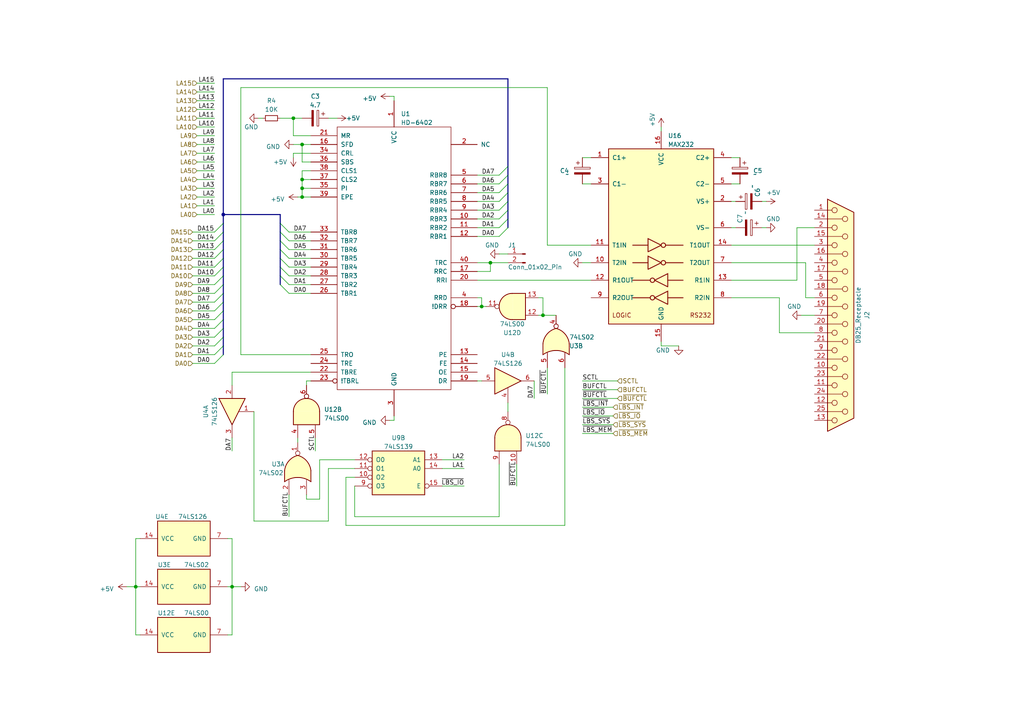
<source format=kicad_sch>
(kicad_sch (version 20230121) (generator eeschema)
  (paper "A4")
  (lib_symbols
    (symbol "6402_UART:HD-6402" (pin_names (offset 1.016))
      (property "Reference" "U" (at -10.16 41.91 0))
      (property "Value" "HD-6402" (at -6.35 39.37 0))
      (symbol "HD-6402_1_1"
        (pin power_in line (at 0 45.72 270) (length 7.62) (name "VCC") (number "1"))
        (pin output line (at 24.13 11.43 180) (length 7.62) (name "RBR3") (number "10"))
        (pin output line (at 24.13 8.89 180) (length 7.62) (name "RBR2") (number "11"))
        (pin output line (at 24.13 6.35 180) (length 7.62) (name "RBR1") (number "12"))
        (pin output line (at 24.13 -27.94 180) (length 7.62) (name "PE") (number "13"))
        (pin output line (at 24.13 -30.48 180) (length 7.62) (name "FE") (number "14"))
        (pin output line (at 24.13 -33.02 180) (length 7.62) (name "OE") (number "15"))
        (pin input line (at -24.13 33.02 0) (length 7.62) (name "SFD") (number "16"))
        (pin input line (at 24.13 -3.81 180) (length 7.62) (name "RRC") (number "17"))
        (pin input inverted (at 24.13 -13.97 180) (length 7.62) (name "!DRR") (number "18"))
        (pin output line (at 24.13 -35.56 180) (length 7.62) (name "DR") (number "19"))
        (pin unspecified line (at 16.51 33.02 0) (length 7.62) (name "NC") (number "2"))
        (pin input line (at 24.13 -6.35 180) (length 7.62) (name "RRI") (number "20"))
        (pin input line (at -24.13 35.56 0) (length 7.62) (name "MR") (number "21"))
        (pin output line (at -24.13 -33.02 0) (length 7.62) (name "TBRE") (number "22"))
        (pin input inverted (at -24.13 -35.56 0) (length 7.62) (name "!TBRL") (number "23"))
        (pin output line (at -24.13 -30.48 0) (length 7.62) (name "TRE") (number "24"))
        (pin output line (at -24.13 -27.94 0) (length 7.62) (name "TRO") (number "25"))
        (pin input line (at -24.13 -10.16 0) (length 7.62) (name "TBR1") (number "26"))
        (pin input line (at -24.13 -7.62 0) (length 7.62) (name "TBR2") (number "27"))
        (pin input line (at -24.13 -5.08 0) (length 7.62) (name "TBR3") (number "28"))
        (pin input line (at -24.13 -2.54 0) (length 7.62) (name "TBR4") (number "29"))
        (pin power_in line (at 0 -45.72 90) (length 7.62) (name "GND") (number "3"))
        (pin input line (at -24.13 0 0) (length 7.62) (name "TBR5") (number "30"))
        (pin input line (at -24.13 2.54 0) (length 7.62) (name "TBR6") (number "31"))
        (pin input line (at -24.13 5.08 0) (length 7.62) (name "TBR7") (number "32"))
        (pin input line (at -24.13 7.62 0) (length 7.62) (name "TBR8") (number "33"))
        (pin input line (at -24.13 30.48 0) (length 7.62) (name "CRL") (number "34"))
        (pin input line (at -24.13 20.32 0) (length 7.62) (name "PI") (number "35"))
        (pin input line (at -24.13 27.94 0) (length 7.62) (name "SBS") (number "36"))
        (pin input line (at -24.13 22.86 0) (length 7.62) (name "CLS2") (number "37"))
        (pin input line (at -24.13 25.4 0) (length 7.62) (name "CLS1") (number "38"))
        (pin input line (at -24.13 17.78 0) (length 7.62) (name "EPE") (number "39"))
        (pin output line (at 24.13 -11.43 180) (length 7.62) (name "RRD") (number "4"))
        (pin input line (at 24.13 -1.27 180) (length 7.62) (name "TRC") (number "40"))
        (pin output line (at 24.13 24.13 180) (length 7.62) (name "RBR8") (number "5"))
        (pin output line (at 24.13 21.59 180) (length 7.62) (name "RBR7") (number "6"))
        (pin output line (at 24.13 19.05 180) (length 7.62) (name "RBR6") (number "7"))
        (pin output line (at 24.13 16.51 180) (length 7.62) (name "RBR5") (number "8"))
        (pin output line (at 24.13 13.97 180) (length 7.62) (name "RBR4") (number "9"))
      )
    )
    (symbol "74xx:74LS00" (pin_names (offset 1.016))
      (property "Reference" "U" (at 0 1.27 0))
      (property "Value" "74LS00" (at 0 -1.27 0))
      (symbol "74LS00_1_1"
        (pin input line (at -7.62 2.54 0) (length 3.81) (name "~") (number "1"))
        (pin input line (at -7.62 -2.54 0) (length 3.81) (name "~") (number "2"))
        (pin output inverted (at 7.62 0 180) (length 3.81) (name "~") (number "3"))
      )
      (symbol "74LS00_1_2"
        (pin input inverted (at -7.62 2.54 0) (length 4.318) (name "~") (number "1"))
        (pin input inverted (at -7.62 -2.54 0) (length 4.318) (name "~") (number "2"))
        (pin output line (at 7.62 0 180) (length 3.81) (name "~") (number "3"))
      )
      (symbol "74LS00_2_1"
        (pin input line (at -7.62 2.54 0) (length 3.81) (name "~") (number "4"))
        (pin input line (at -7.62 -2.54 0) (length 3.81) (name "~") (number "5"))
        (pin output inverted (at 7.62 0 180) (length 3.81) (name "~") (number "6"))
      )
      (symbol "74LS00_2_2"
        (pin input inverted (at -7.62 2.54 0) (length 4.318) (name "~") (number "4"))
        (pin input inverted (at -7.62 -2.54 0) (length 4.318) (name "~") (number "5"))
        (pin output line (at 7.62 0 180) (length 3.81) (name "~") (number "6"))
      )
      (symbol "74LS00_3_1"
        (pin input line (at -7.62 -2.54 0) (length 3.81) (name "~") (number "10"))
        (pin output inverted (at 7.62 0 180) (length 3.81) (name "~") (number "8"))
        (pin input line (at -7.62 2.54 0) (length 3.81) (name "~") (number "9"))
      )
      (symbol "74LS00_3_2"
        (pin input inverted (at -7.62 -2.54 0) (length 4.318) (name "~") (number "10"))
        (pin output line (at 7.62 0 180) (length 3.81) (name "~") (number "8"))
        (pin input inverted (at -7.62 2.54 0) (length 4.318) (name "~") (number "9"))
      )
      (symbol "74LS00_4_1"
        (pin output inverted (at 7.62 0 180) (length 3.81) (name "~") (number "11"))
        (pin input line (at -7.62 2.54 0) (length 3.81) (name "~") (number "12"))
        (pin input line (at -7.62 -2.54 0) (length 3.81) (name "~") (number "13"))
      )
      (symbol "74LS00_4_2"
        (pin output line (at 7.62 0 180) (length 3.81) (name "~") (number "11"))
        (pin input inverted (at -7.62 2.54 0) (length 4.318) (name "~") (number "12"))
        (pin input inverted (at -7.62 -2.54 0) (length 4.318) (name "~") (number "13"))
      )
      (symbol "74LS00_5_0"
        (pin power_in line (at 0 12.7 270) (length 5.08) (name "VCC") (number "14"))
        (pin power_in line (at 0 -12.7 90) (length 5.08) (name "GND") (number "7"))
      )
    )
    (symbol "74xx:74LS02" (pin_names (offset 1.016))
      (property "Reference" "U" (at 0 1.27 0))
      (property "Value" "74LS02" (at 0 -1.27 0))
      (symbol "74LS02_1_1"
        (pin output inverted (at 7.62 0 180) (length 3.81) (name "~") (number "1"))
        (pin input line (at -7.62 2.54 0) (length 4.318) (name "~") (number "2"))
        (pin input line (at -7.62 -2.54 0) (length 4.318) (name "~") (number "3"))
      )
      (symbol "74LS02_1_2"
        (pin output line (at 7.62 0 180) (length 3.81) (name "~") (number "1"))
        (pin input inverted (at -7.62 2.54 0) (length 3.81) (name "~") (number "2"))
        (pin input inverted (at -7.62 -2.54 0) (length 3.81) (name "~") (number "3"))
      )
      (symbol "74LS02_2_1"
        (pin output inverted (at 7.62 0 180) (length 3.81) (name "~") (number "4"))
        (pin input line (at -7.62 2.54 0) (length 4.318) (name "~") (number "5"))
        (pin input line (at -7.62 -2.54 0) (length 4.318) (name "~") (number "6"))
      )
      (symbol "74LS02_2_2"
        (pin output line (at 7.62 0 180) (length 3.81) (name "~") (number "4"))
        (pin input inverted (at -7.62 2.54 0) (length 3.81) (name "~") (number "5"))
        (pin input inverted (at -7.62 -2.54 0) (length 3.81) (name "~") (number "6"))
      )
      (symbol "74LS02_3_1"
        (pin output inverted (at 7.62 0 180) (length 3.81) (name "~") (number "10"))
        (pin input line (at -7.62 2.54 0) (length 4.318) (name "~") (number "8"))
        (pin input line (at -7.62 -2.54 0) (length 4.318) (name "~") (number "9"))
      )
      (symbol "74LS02_3_2"
        (pin output line (at 7.62 0 180) (length 3.81) (name "~") (number "10"))
        (pin input inverted (at -7.62 2.54 0) (length 3.81) (name "~") (number "8"))
        (pin input inverted (at -7.62 -2.54 0) (length 3.81) (name "~") (number "9"))
      )
      (symbol "74LS02_4_1"
        (pin input line (at -7.62 2.54 0) (length 4.318) (name "~") (number "11"))
        (pin input line (at -7.62 -2.54 0) (length 4.318) (name "~") (number "12"))
        (pin output inverted (at 7.62 0 180) (length 3.81) (name "~") (number "13"))
      )
      (symbol "74LS02_4_2"
        (pin input inverted (at -7.62 2.54 0) (length 3.81) (name "~") (number "11"))
        (pin input inverted (at -7.62 -2.54 0) (length 3.81) (name "~") (number "12"))
        (pin output line (at 7.62 0 180) (length 3.81) (name "~") (number "13"))
      )
      (symbol "74LS02_5_0"
        (pin power_in line (at 0 12.7 270) (length 5.08) (name "VCC") (number "14"))
        (pin power_in line (at 0 -12.7 90) (length 5.08) (name "GND") (number "7"))
      )
    )
    (symbol "74xx:74LS126" (pin_names (offset 1.016))
      (property "Reference" "U" (at 0 1.27 0))
      (property "Value" "74LS126" (at 0 -1.27 0))
      (symbol "74LS126_1_0"
        (pin input line (at 0 -6.35 90) (length 4.445) (name "~") (number "1"))
        (pin input line (at -7.62 0 0) (length 3.81) (name "~") (number "2"))
        (pin tri_state line (at 7.62 0 180) (length 3.81) (name "~") (number "3"))
      )
      (symbol "74LS126_2_0"
        (pin input line (at 0 -6.35 90) (length 4.445) (name "~") (number "4"))
        (pin input line (at -7.62 0 0) (length 3.81) (name "~") (number "5"))
        (pin tri_state line (at 7.62 0 180) (length 3.81) (name "~") (number "6"))
      )
      (symbol "74LS126_3_0"
        (pin input line (at 0 -6.35 90) (length 4.445) (name "~") (number "10"))
        (pin tri_state line (at 7.62 0 180) (length 3.81) (name "~") (number "8"))
        (pin input line (at -7.62 0 0) (length 3.81) (name "~") (number "9"))
      )
      (symbol "74LS126_4_0"
        (pin tri_state line (at 7.62 0 180) (length 3.81) (name "~") (number "11"))
        (pin input line (at -7.62 0 0) (length 3.81) (name "~") (number "12"))
        (pin input line (at 0 -6.35 90) (length 4.445) (name "~") (number "13"))
      )
      (symbol "74LS126_5_0"
        (pin power_in line (at 0 12.7 270) (length 5.08) (name "VCC") (number "14"))
        (pin power_in line (at 0 -12.7 90) (length 5.08) (name "GND") (number "7"))
      )
    )
    (symbol "74xx:74LS139" (pin_names (offset 1.016))
      (property "Reference" "U" (at -7.62 8.89 0))
      (property "Value" "74LS139" (at -7.62 -8.89 0))
      (symbol "74LS139_1_0"
        (pin input inverted (at -12.7 -5.08 0) (length 5.08) (name "E") (number "1"))
        (pin input line (at -12.7 0 0) (length 5.08) (name "A0") (number "2"))
        (pin input line (at -12.7 2.54 0) (length 5.08) (name "A1") (number "3"))
        (pin output inverted (at 12.7 2.54 180) (length 5.08) (name "O0") (number "4"))
        (pin output inverted (at 12.7 0 180) (length 5.08) (name "O1") (number "5"))
        (pin output inverted (at 12.7 -2.54 180) (length 5.08) (name "O2") (number "6"))
        (pin output inverted (at 12.7 -5.08 180) (length 5.08) (name "O3") (number "7"))
      )
      (symbol "74LS139_2_0"
        (pin output inverted (at 12.7 -2.54 180) (length 5.08) (name "O2") (number "10"))
        (pin output inverted (at 12.7 0 180) (length 5.08) (name "O1") (number "11"))
        (pin output inverted (at 12.7 2.54 180) (length 5.08) (name "O0") (number "12"))
        (pin input line (at -12.7 2.54 0) (length 5.08) (name "A1") (number "13"))
        (pin input line (at -12.7 0 0) (length 5.08) (name "A0") (number "14"))
        (pin input inverted (at -12.7 -5.08 0) (length 5.08) (name "E") (number "15"))
        (pin output inverted (at 12.7 -5.08 180) (length 5.08) (name "O3") (number "9"))
      )
      (symbol "74LS139_3_0"
        (pin power_in line (at 0 12.7 270) (length 5.08) (name "VCC") (number "16"))
        (pin power_in line (at 0 -12.7 90) (length 5.08) (name "GND") (number "8"))
      )
    )
    (symbol "Connector:Conn_01x02_Pin" (pin_names (offset 1.016) hide)
      (property "Reference" "J" (at 0 2.54 0))
      (property "Value" "Conn_01x02_Pin" (at 0 -5.08 0))
      (symbol "Conn_01x02_Pin_1_1"
        (pin passive line (at 5.08 0 180) (length 3.81) (name "Pin_1") (number "1"))
        (pin passive line (at 5.08 -2.54 180) (length 3.81) (name "Pin_2") (number "2"))
      )
    )
    (symbol "Connector:DB25_Receptacle" (pin_names (offset 1.016) hide)
      (property "Reference" "J" (at 0 34.29 0))
      (property "Value" "DB25_Receptacle" (at 0 -34.925 0))
      (symbol "DB25_Receptacle_1_1"
        (pin passive line (at -7.62 30.48 0) (length 3.81) (name "1") (number "1"))
        (pin passive line (at -7.62 -15.24 0) (length 3.81) (name "10") (number "10"))
        (pin passive line (at -7.62 -20.32 0) (length 3.81) (name "11") (number "11"))
        (pin passive line (at -7.62 -25.4 0) (length 3.81) (name "12") (number "12"))
        (pin passive line (at -7.62 -30.48 0) (length 3.81) (name "13") (number "13"))
        (pin passive line (at -7.62 27.94 0) (length 3.81) (name "P14") (number "14"))
        (pin passive line (at -7.62 22.86 0) (length 3.81) (name "P15") (number "15"))
        (pin passive line (at -7.62 17.78 0) (length 3.81) (name "P16") (number "16"))
        (pin passive line (at -7.62 12.7 0) (length 3.81) (name "P17") (number "17"))
        (pin passive line (at -7.62 7.62 0) (length 3.81) (name "P18") (number "18"))
        (pin passive line (at -7.62 2.54 0) (length 3.81) (name "P19") (number "19"))
        (pin passive line (at -7.62 25.4 0) (length 3.81) (name "2") (number "2"))
        (pin passive line (at -7.62 -2.54 0) (length 3.81) (name "P20") (number "20"))
        (pin passive line (at -7.62 -7.62 0) (length 3.81) (name "P21") (number "21"))
        (pin passive line (at -7.62 -12.7 0) (length 3.81) (name "P22") (number "22"))
        (pin passive line (at -7.62 -17.78 0) (length 3.81) (name "P23") (number "23"))
        (pin passive line (at -7.62 -22.86 0) (length 3.81) (name "P24") (number "24"))
        (pin passive line (at -7.62 -27.94 0) (length 3.81) (name "P25") (number "25"))
        (pin passive line (at -7.62 20.32 0) (length 3.81) (name "3") (number "3"))
        (pin passive line (at -7.62 15.24 0) (length 3.81) (name "4") (number "4"))
        (pin passive line (at -7.62 10.16 0) (length 3.81) (name "5") (number "5"))
        (pin passive line (at -7.62 5.08 0) (length 3.81) (name "6") (number "6"))
        (pin passive line (at -7.62 0 0) (length 3.81) (name "7") (number "7"))
        (pin passive line (at -7.62 -5.08 0) (length 3.81) (name "8") (number "8"))
        (pin passive line (at -7.62 -10.16 0) (length 3.81) (name "9") (number "9"))
      )
    )
    (symbol "Device:C_Polarized" (pin_numbers hide) (pin_names (offset 0.254))
      (property "Reference" "C" (at 0.635 2.54 0))
      (property "Value" "C_Polarized" (at 0.635 -2.54 0))
      (symbol "C_Polarized_1_1"
        (pin passive line (at 0 3.81 270) (length 2.794) (name "~") (number "1"))
        (pin passive line (at 0 -3.81 90) (length 2.794) (name "~") (number "2"))
      )
    )
    (symbol "Device:R_Small" (pin_numbers hide) (pin_names (offset 0.254) hide)
      (property "Reference" "R" (at 0.762 0.508 0))
      (property "Value" "R_Small" (at 0.762 -1.016 0))
      (symbol "R_Small_1_1"
        (pin passive line (at 0 2.54 270) (length 0.762) (name "~") (number "1"))
        (pin passive line (at 0 -2.54 90) (length 0.762) (name "~") (number "2"))
      )
    )
    (symbol "Interface_UART:MAX232" (pin_names (offset 1.016))
      (property "Reference" "U" (at -2.54 28.575 0))
      (property "Value" "MAX232" (at -2.54 26.67 0))
      (symbol "MAX232_0_0"
        (text "LOGIC" (at -11.43 -22.86 0) (effects (font (size 1.27 1.27))))
        (text "RS232" (at 11.43 -22.86 0) (effects (font (size 1.27 1.27))))
      )
      (symbol "MAX232_1_1"
        (pin passive line (at -20.32 22.86 0) (length 5.08) (name "C1+") (number "1"))
        (pin input line (at -20.32 -7.62 0) (length 5.08) (name "T2IN") (number "10"))
        (pin input line (at -20.32 -2.54 0) (length 5.08) (name "T1IN") (number "11"))
        (pin output line (at -20.32 -12.7 0) (length 5.08) (name "R1OUT") (number "12"))
        (pin input line (at 20.32 -12.7 180) (length 5.08) (name "R1IN") (number "13"))
        (pin output line (at 20.32 -2.54 180) (length 5.08) (name "T1OUT") (number "14"))
        (pin power_in line (at 0 -30.48 90) (length 5.08) (name "GND") (number "15"))
        (pin power_in line (at 0 30.48 270) (length 5.08) (name "VCC") (number "16"))
        (pin power_out line (at 20.32 10.16 180) (length 5.08) (name "VS+") (number "2"))
        (pin passive line (at -20.32 15.24 0) (length 5.08) (name "C1-") (number "3"))
        (pin passive line (at 20.32 22.86 180) (length 5.08) (name "C2+") (number "4"))
        (pin passive line (at 20.32 15.24 180) (length 5.08) (name "C2-") (number "5"))
        (pin power_out line (at 20.32 2.54 180) (length 5.08) (name "VS-") (number "6"))
        (pin output line (at 20.32 -7.62 180) (length 5.08) (name "T2OUT") (number "7"))
        (pin input line (at 20.32 -17.78 180) (length 5.08) (name "R2IN") (number "8"))
        (pin output line (at -20.32 -17.78 0) (length 5.08) (name "R2OUT") (number "9"))
      )
    )
    (symbol "power:+5V" (power) (pin_names (offset 0))
      (property "Value" "+5V" (at 0 3.556 0))
      (symbol "+5V_1_1"
        (pin power_in line (at 0 0 90) (length 0) hide (name "+5V") (number "1"))
      )
    )
    (symbol "power:GND" (power) (pin_names (offset 0))
      (property "Value" "GND" (at 0 -3.81 0))
      (symbol "GND_1_1"
        (pin power_in line (at 0 0 270) (length 0) hide (name "GND") (number "1"))
      )
    )
  )
  (junction (at 39.37 170.18))
  (junction (at 67.31 170.18))
  (junction (at 142.24 76.2))
  (junction (at 87.63 57.15))
  (junction (at 87.63 41.91))
  (junction (at 64.77 62.23))
  (junction (at 157.48 91.44))
  (junction (at 139.7 88.9))
  (junction (at 87.63 52.07))
  (junction (at 85.09 34.29))
  (junction (at 87.63 54.61))
  (bus_entry (at 62.23 69.85) (size 2.54 -2.54))
  (bus_entry (at 62.23 105.41) (size 2.54 -2.54))
  (bus_entry (at 83.82 85.09) (size -2.54 -2.54))
  (bus_entry (at 62.23 82.55) (size 2.54 -2.54))
  (bus_entry (at 144.78 53.34) (size 2.54 -2.54))
  (bus_entry (at 62.23 90.17) (size 2.54 -2.54))
  (bus_entry (at 62.23 95.25) (size 2.54 -2.54))
  (bus_entry (at 62.23 100.33) (size 2.54 -2.54))
  (bus_entry (at 144.78 63.5) (size 2.54 -2.54))
  (bus_entry (at 83.82 77.47) (size -2.54 -2.54))
  (bus_entry (at 144.78 68.58) (size 2.54 -2.54))
  (bus_entry (at 62.23 74.93) (size 2.54 -2.54))
  (bus_entry (at 62.23 72.39) (size 2.54 -2.54))
  (bus_entry (at 83.82 80.01) (size -2.54 -2.54))
  (bus_entry (at 83.82 74.93) (size -2.54 -2.54))
  (bus_entry (at 62.23 85.09) (size 2.54 -2.54))
  (bus_entry (at 83.82 72.39) (size -2.54 -2.54))
  (bus_entry (at 83.82 69.85) (size -2.54 -2.54))
  (bus_entry (at 144.78 55.88) (size 2.54 -2.54))
  (bus_entry (at 62.23 97.79) (size 2.54 -2.54))
  (bus_entry (at 83.82 82.55) (size -2.54 -2.54))
  (bus_entry (at 83.82 67.31) (size -2.54 -2.54))
  (bus_entry (at 144.78 50.8) (size 2.54 -2.54))
  (bus_entry (at 62.23 67.31) (size 2.54 -2.54))
  (bus_entry (at 144.78 66.04) (size 2.54 -2.54))
  (bus_entry (at 62.23 102.87) (size 2.54 -2.54))
  (bus_entry (at 62.23 80.01) (size 2.54 -2.54))
  (bus_entry (at 62.23 92.71) (size 2.54 -2.54))
  (bus_entry (at 144.78 60.96) (size 2.54 -2.54))
  (bus_entry (at 144.78 58.42) (size 2.54 -2.54))
  (bus_entry (at 62.23 87.63) (size 2.54 -2.54))
  (bus_entry (at 62.23 77.47) (size 2.54 -2.54))
  (wire (pts (xy 36.83 170.18) (xy 39.37 170.18)))
  (wire (pts (xy 231.14 81.28) (xy 231.14 66.04)))
  (wire (pts (xy 168.91 125.73) (xy 177.8 125.73)))
  (wire (pts (xy 62.23 54.61) (xy 57.15 54.61)))
  (wire (pts (xy 212.09 53.34) (xy 214.63 53.34)))
  (bus (pts (xy 147.32 66.04) (xy 147.32 63.5)))
  (wire (pts (xy 73.66 151.13) (xy 95.25 151.13)))
  (wire (pts (xy 168.91 120.65) (xy 177.8 120.65)))
  (wire (pts (xy 62.23 49.53) (xy 57.15 49.53)))
  (bus (pts (xy 64.77 74.93) (xy 64.77 72.39)))
  (wire (pts (xy 88.9 144.78) (xy 92.71 144.78)))
  (wire (pts (xy 88.9 110.49) (xy 90.17 110.49)))
  (wire (pts (xy 85.09 39.37) (xy 90.17 39.37)))
  (wire (pts (xy 226.06 86.36) (xy 226.06 96.52)))
  (wire (pts (xy 138.43 50.8) (xy 144.78 50.8)))
  (wire (pts (xy 142.24 78.74) (xy 142.24 76.2)))
  (wire (pts (xy 90.17 82.55) (xy 83.82 82.55)))
  (wire (pts (xy 90.17 46.99) (xy 87.63 46.99)))
  (wire (pts (xy 55.88 82.55) (xy 62.23 82.55)))
  (wire (pts (xy 86.36 57.15) (xy 87.63 57.15)))
  (wire (pts (xy 92.71 144.78) (xy 92.71 133.35)))
  (bus (pts (xy 64.77 87.63) (xy 64.77 85.09)))
  (bus (pts (xy 147.32 58.42) (xy 147.32 55.88)))
  (wire (pts (xy 212.09 76.2) (xy 233.68 76.2)))
  (wire (pts (xy 90.17 57.15) (xy 87.63 57.15)))
  (wire (pts (xy 62.23 39.37) (xy 57.15 39.37)))
  (wire (pts (xy 85.09 45.72) (xy 85.09 44.45)))
  (wire (pts (xy 113.03 121.92) (xy 114.3 121.92)))
  (wire (pts (xy 55.88 80.01) (xy 62.23 80.01)))
  (wire (pts (xy 168.91 53.34) (xy 171.45 53.34)))
  (wire (pts (xy 157.48 86.36) (xy 157.48 91.44)))
  (wire (pts (xy 67.31 184.15) (xy 67.31 170.18)))
  (bus (pts (xy 64.77 62.23) (xy 81.28 62.23)))
  (wire (pts (xy 138.43 58.42) (xy 144.78 58.42)))
  (bus (pts (xy 64.77 95.25) (xy 64.77 92.71)))
  (wire (pts (xy 138.43 55.88) (xy 144.78 55.88)))
  (wire (pts (xy 157.48 91.44) (xy 161.29 91.44)))
  (wire (pts (xy 55.88 102.87) (xy 62.23 102.87)))
  (wire (pts (xy 100.33 138.43) (xy 100.33 152.4)))
  (bus (pts (xy 64.77 22.86) (xy 147.32 22.86)))
  (wire (pts (xy 40.64 184.15) (xy 39.37 184.15)))
  (wire (pts (xy 55.88 95.25) (xy 62.23 95.25)))
  (wire (pts (xy 69.85 25.4) (xy 158.75 25.4)))
  (bus (pts (xy 64.77 72.39) (xy 64.77 69.85)))
  (wire (pts (xy 62.23 36.83) (xy 57.15 36.83)))
  (wire (pts (xy 128.27 135.89) (xy 134.62 135.89)))
  (bus (pts (xy 81.28 82.55) (xy 81.28 80.01)))
  (wire (pts (xy 55.88 105.41) (xy 62.23 105.41)))
  (bus (pts (xy 81.28 69.85) (xy 81.28 67.31)))
  (wire (pts (xy 62.23 52.07) (xy 57.15 52.07)))
  (wire (pts (xy 158.75 25.4) (xy 158.75 71.12)))
  (wire (pts (xy 233.68 76.2) (xy 233.68 86.36)))
  (wire (pts (xy 55.88 69.85) (xy 62.23 69.85)))
  (wire (pts (xy 55.88 100.33) (xy 62.23 100.33)))
  (wire (pts (xy 144.78 149.86) (xy 144.78 134.62)))
  (wire (pts (xy 87.63 41.91) (xy 90.17 41.91)))
  (wire (pts (xy 55.88 97.79) (xy 62.23 97.79)))
  (wire (pts (xy 87.63 52.07) (xy 87.63 49.53)))
  (wire (pts (xy 87.63 57.15) (xy 87.63 54.61)))
  (wire (pts (xy 85.09 34.29) (xy 81.28 34.29)))
  (bus (pts (xy 81.28 72.39) (xy 81.28 69.85)))
  (wire (pts (xy 95.25 135.89) (xy 102.87 135.89)))
  (wire (pts (xy 62.23 31.75) (xy 57.15 31.75)))
  (wire (pts (xy 138.43 68.58) (xy 144.78 68.58)))
  (wire (pts (xy 66.04 184.15) (xy 67.31 184.15)))
  (wire (pts (xy 138.43 53.34) (xy 144.78 53.34)))
  (bus (pts (xy 81.28 74.93) (xy 81.28 72.39)))
  (wire (pts (xy 87.63 54.61) (xy 90.17 54.61)))
  (wire (pts (xy 62.23 34.29) (xy 57.15 34.29)))
  (bus (pts (xy 64.77 97.79) (xy 64.77 95.25)))
  (wire (pts (xy 168.91 115.57) (xy 179.07 115.57)))
  (wire (pts (xy 142.24 76.2) (xy 147.32 76.2)))
  (wire (pts (xy 233.68 86.36) (xy 236.22 86.36)))
  (wire (pts (xy 138.43 78.74) (xy 142.24 78.74)))
  (wire (pts (xy 156.21 91.44) (xy 157.48 91.44)))
  (wire (pts (xy 55.88 85.09) (xy 62.23 85.09)))
  (wire (pts (xy 138.43 88.9) (xy 139.7 88.9)))
  (wire (pts (xy 62.23 24.13) (xy 57.15 24.13)))
  (wire (pts (xy 62.23 62.23) (xy 57.15 62.23)))
  (wire (pts (xy 85.09 39.37) (xy 85.09 34.29)))
  (wire (pts (xy 62.23 29.21) (xy 57.15 29.21)))
  (wire (pts (xy 139.7 88.9) (xy 140.97 88.9)))
  (wire (pts (xy 90.17 72.39) (xy 83.82 72.39)))
  (wire (pts (xy 40.64 156.21) (xy 39.37 156.21)))
  (wire (pts (xy 87.63 46.99) (xy 87.63 41.91)))
  (wire (pts (xy 90.17 74.93) (xy 83.82 74.93)))
  (wire (pts (xy 138.43 60.96) (xy 144.78 60.96)))
  (wire (pts (xy 88.9 143.51) (xy 88.9 144.78)))
  (wire (pts (xy 39.37 170.18) (xy 40.64 170.18)))
  (wire (pts (xy 212.09 45.72) (xy 214.63 45.72)))
  (wire (pts (xy 100.33 152.4) (xy 163.83 152.4)))
  (wire (pts (xy 154.94 110.49) (xy 154.94 115.57)))
  (wire (pts (xy 168.91 45.72) (xy 171.45 45.72)))
  (bus (pts (xy 147.32 22.86) (xy 147.32 48.26)))
  (bus (pts (xy 64.77 77.47) (xy 64.77 74.93)))
  (wire (pts (xy 62.23 57.15) (xy 57.15 57.15)))
  (wire (pts (xy 55.88 90.17) (xy 62.23 90.17)))
  (wire (pts (xy 87.63 54.61) (xy 87.63 52.07)))
  (wire (pts (xy 168.91 123.19) (xy 177.8 123.19)))
  (wire (pts (xy 39.37 184.15) (xy 39.37 170.18)))
  (wire (pts (xy 168.91 110.49) (xy 179.07 110.49)))
  (bus (pts (xy 64.77 64.77) (xy 64.77 62.23)))
  (wire (pts (xy 85.09 41.91) (xy 87.63 41.91)))
  (wire (pts (xy 55.88 92.71) (xy 62.23 92.71)))
  (wire (pts (xy 95.25 34.29) (xy 97.79 34.29)))
  (bus (pts (xy 81.28 77.47) (xy 81.28 74.93)))
  (bus (pts (xy 147.32 63.5) (xy 147.32 60.96)))
  (bus (pts (xy 64.77 102.87) (xy 64.77 100.33)))
  (wire (pts (xy 55.88 72.39) (xy 62.23 72.39)))
  (wire (pts (xy 138.43 86.36) (xy 139.7 86.36)))
  (wire (pts (xy 67.31 170.18) (xy 66.04 170.18)))
  (bus (pts (xy 64.77 85.09) (xy 64.77 82.55)))
  (wire (pts (xy 191.77 36.83) (xy 191.77 38.1)))
  (wire (pts (xy 90.17 77.47) (xy 83.82 77.47)))
  (wire (pts (xy 86.36 128.27) (xy 86.36 127)))
  (bus (pts (xy 64.77 92.71) (xy 64.77 90.17)))
  (bus (pts (xy 81.28 67.31) (xy 81.28 64.77)))
  (wire (pts (xy 168.91 76.2) (xy 171.45 76.2)))
  (bus (pts (xy 147.32 53.34) (xy 147.32 50.8)))
  (bus (pts (xy 81.28 80.01) (xy 81.28 77.47)))
  (wire (pts (xy 168.91 113.03) (xy 179.07 113.03)))
  (wire (pts (xy 39.37 156.21) (xy 39.37 170.18)))
  (wire (pts (xy 62.23 44.45) (xy 57.15 44.45)))
  (wire (pts (xy 128.27 133.35) (xy 134.62 133.35)))
  (bus (pts (xy 64.77 90.17) (xy 64.77 87.63)))
  (bus (pts (xy 64.77 62.23) (xy 64.77 22.86)))
  (wire (pts (xy 163.83 152.4) (xy 163.83 106.68)))
  (wire (pts (xy 73.66 119.38) (xy 73.66 151.13)))
  (wire (pts (xy 62.23 41.91) (xy 57.15 41.91)))
  (wire (pts (xy 236.22 91.44) (xy 232.41 91.44)))
  (wire (pts (xy 158.75 106.68) (xy 158.75 114.3)))
  (bus (pts (xy 147.32 60.96) (xy 147.32 58.42)))
  (wire (pts (xy 55.88 87.63) (xy 62.23 87.63)))
  (wire (pts (xy 168.91 118.11) (xy 177.8 118.11)))
  (wire (pts (xy 88.9 111.76) (xy 88.9 110.49)))
  (wire (pts (xy 138.43 81.28) (xy 171.45 81.28)))
  (wire (pts (xy 212.09 81.28) (xy 231.14 81.28)))
  (wire (pts (xy 69.85 25.4) (xy 69.85 102.87)))
  (wire (pts (xy 212.09 66.04) (xy 213.36 66.04)))
  (wire (pts (xy 87.63 49.53) (xy 90.17 49.53)))
  (bus (pts (xy 147.32 55.88) (xy 147.32 53.34)))
  (wire (pts (xy 138.43 63.5) (xy 144.78 63.5)))
  (wire (pts (xy 102.87 140.97) (xy 102.87 149.86)))
  (wire (pts (xy 191.77 99.06) (xy 191.77 100.33)))
  (wire (pts (xy 128.27 140.97) (xy 134.62 140.97)))
  (wire (pts (xy 85.09 34.29) (xy 87.63 34.29)))
  (wire (pts (xy 231.14 66.04) (xy 236.22 66.04)))
  (wire (pts (xy 90.17 85.09) (xy 83.82 85.09)))
  (wire (pts (xy 62.23 26.67) (xy 57.15 26.67)))
  (wire (pts (xy 191.77 100.33) (xy 196.85 100.33)))
  (wire (pts (xy 91.44 127) (xy 91.44 130.81)))
  (bus (pts (xy 64.77 100.33) (xy 64.77 97.79)))
  (wire (pts (xy 102.87 138.43) (xy 100.33 138.43)))
  (wire (pts (xy 144.78 73.66) (xy 147.32 73.66)))
  (wire (pts (xy 220.98 66.04) (xy 222.25 66.04)))
  (wire (pts (xy 220.98 58.42) (xy 222.25 58.42)))
  (wire (pts (xy 138.43 110.49) (xy 139.7 110.49)))
  (wire (pts (xy 55.88 74.93) (xy 62.23 74.93)))
  (wire (pts (xy 66.04 156.21) (xy 67.31 156.21)))
  (wire (pts (xy 158.75 71.12) (xy 171.45 71.12)))
  (bus (pts (xy 64.77 67.31) (xy 64.77 64.77)))
  (wire (pts (xy 212.09 86.36) (xy 226.06 86.36)))
  (wire (pts (xy 226.06 96.52) (xy 236.22 96.52)))
  (wire (pts (xy 114.3 27.94) (xy 113.03 27.94)))
  (wire (pts (xy 138.43 66.04) (xy 144.78 66.04)))
  (wire (pts (xy 67.31 130.81) (xy 67.31 127)))
  (wire (pts (xy 92.71 133.35) (xy 102.87 133.35)))
  (wire (pts (xy 62.23 46.99) (xy 57.15 46.99)))
  (wire (pts (xy 114.3 121.92) (xy 114.3 120.65)))
  (wire (pts (xy 95.25 151.13) (xy 95.25 135.89)))
  (bus (pts (xy 147.32 50.8) (xy 147.32 48.26)))
  (wire (pts (xy 90.17 69.85) (xy 83.82 69.85)))
  (wire (pts (xy 74.93 34.29) (xy 76.2 34.29)))
  (wire (pts (xy 55.88 77.47) (xy 62.23 77.47)))
  (wire (pts (xy 87.63 52.07) (xy 90.17 52.07)))
  (wire (pts (xy 67.31 107.95) (xy 90.17 107.95)))
  (wire (pts (xy 67.31 156.21) (xy 67.31 170.18)))
  (bus (pts (xy 64.77 82.55) (xy 64.77 80.01)))
  (wire (pts (xy 90.17 80.01) (xy 83.82 80.01)))
  (wire (pts (xy 139.7 86.36) (xy 139.7 88.9)))
  (bus (pts (xy 64.77 80.01) (xy 64.77 77.47)))
  (wire (pts (xy 114.3 29.21) (xy 114.3 27.94)))
  (wire (pts (xy 55.88 67.31) (xy 62.23 67.31)))
  (wire (pts (xy 67.31 170.18) (xy 69.85 170.18)))
  (wire (pts (xy 102.87 149.86) (xy 144.78 149.86)))
  (bus (pts (xy 81.28 62.23) (xy 81.28 64.77)))
  (wire (pts (xy 138.43 76.2) (xy 142.24 76.2)))
  (wire (pts (xy 149.86 134.62) (xy 149.86 140.97)))
  (wire (pts (xy 147.32 116.84) (xy 147.32 119.38)))
  (wire (pts (xy 67.31 111.76) (xy 67.31 107.95)))
  (wire (pts (xy 156.21 86.36) (xy 157.48 86.36)))
  (wire (pts (xy 212.09 71.12) (xy 236.22 71.12)))
  (wire (pts (xy 90.17 102.87) (xy 69.85 102.87)))
  (wire (pts (xy 83.82 143.51) (xy 83.82 149.86)))
  (wire (pts (xy 90.17 67.31) (xy 83.82 67.31)))
  (wire (pts (xy 85.09 44.45) (xy 90.17 44.45)))
  (wire (pts (xy 212.09 58.42) (xy 213.36 58.42)))
  (bus (pts (xy 64.77 69.85) (xy 64.77 67.31)))
  (wire (pts (xy 62.23 59.69) (xy 57.15 59.69)))
  (label "LA11" (at 62.23 34.29 180))
  (label "DA12" (at 57.15 74.93 0))
  (label "DA5" (at 88.9 72.39 180))
  (label "DA4" (at 57.15 95.25 0))
  (label "LA1" (at 62.23 59.69 180))
  (label "DA3" (at 88.9 77.47 180))
  (label "LA6" (at 62.23 46.99 180))
  (label "~{LBS_IO}" (at 134.62 140.97 180))
  (label "BUFCTL" (at 83.82 149.86 90))
  (label "SCTL" (at 168.91 110.49 0))
  (label "DA7" (at 139.7 50.8 0))
  (label "SCTL" (at 91.44 130.81 90))
  (label "DA1" (at 139.7 66.04 0))
  (label "LA7" (at 62.23 44.45 180))
  (label "DA6" (at 139.7 53.34 0))
  (label "DA0" (at 139.7 68.58 0))
  (label "DA1" (at 57.15 102.87 0))
  (label "~{BUFCTL}" (at 158.75 114.3 90))
  (label "LA13" (at 62.23 29.21 180))
  (label "LA2" (at 62.23 57.15 180))
  (label "BUFCTL" (at 168.91 113.03 0))
  (label "LA10" (at 62.23 36.83 180))
  (label "DA9" (at 57.15 82.55 0))
  (label "DA4" (at 139.7 58.42 0))
  (label "LA8" (at 62.23 41.91 180))
  (label "DA5" (at 139.7 55.88 0))
  (label "DA0" (at 88.9 85.09 180))
  (label "DA7" (at 154.94 115.57 90))
  (label "~{LBS_INT}" (at 168.91 118.11 0))
  (label "LA4" (at 62.23 52.07 180))
  (label "LA9" (at 62.23 39.37 180))
  (label "DA13" (at 57.15 72.39 0))
  (label "LA14" (at 62.23 26.67 180))
  (label "DA8" (at 57.15 85.09 0))
  (label "DA7" (at 67.31 130.81 90))
  (label "LA5" (at 62.23 49.53 180))
  (label "LA2" (at 134.62 133.35 180))
  (label "DA2" (at 139.7 63.5 0))
  (label "LA15" (at 62.23 24.13 180))
  (label "DA7" (at 57.15 87.63 0))
  (label "~{BUFCTL}" (at 168.91 115.57 0))
  (label "DA6" (at 57.15 90.17 0))
  (label "DA7" (at 88.9 67.31 180))
  (label "LA1" (at 134.62 135.89 180))
  (label "DA11" (at 57.15 77.47 0))
  (label "DA15" (at 57.15 67.31 0))
  (label "DA3" (at 57.15 97.79 0))
  (label "~{LBS_SYS}" (at 168.91 123.19 0))
  (label "DA0" (at 57.15 105.41 0))
  (label "DA14" (at 57.15 69.85 0))
  (label "LA0" (at 62.23 62.23 180))
  (label "DA1" (at 88.9 82.55 180))
  (label "~{LBS_IO}" (at 168.91 120.65 0))
  (label "DA5" (at 57.15 92.71 0))
  (label "~{BUFCTL}" (at 149.86 140.97 90))
  (label "DA2" (at 88.9 80.01 180))
  (label "LA3" (at 62.23 54.61 180))
  (label "DA6" (at 88.9 69.85 180))
  (label "LA12" (at 62.23 31.75 180))
  (label "~{LBS_MEM}" (at 168.91 125.73 0))
  (label "DA2" (at 57.15 100.33 0))
  (label "DA3" (at 139.7 60.96 0))
  (label "DA4" (at 88.9 74.93 180))
  (label "DA10" (at 57.15 80.01 0))
  (hierarchical_label "DA6" (shape input) (at 55.88 90.17 180))
  (hierarchical_label "DA5" (shape input) (at 55.88 92.71 180))
  (hierarchical_label "~{BUFCTL}" (shape input) (at 179.07 115.57 0))
  (hierarchical_label "DA9" (shape input) (at 55.88 82.55 180))
  (hierarchical_label "~{LBS_IO}" (shape input) (at 177.8 120.65 0))
  (hierarchical_label "DA3" (shape input) (at 55.88 97.79 180))
  (hierarchical_label "~{LBS_SYS}" (shape input) (at 177.8 123.19 0))
  (hierarchical_label "~{LBS_MEM}" (shape input) (at 177.8 125.73 0))
  (hierarchical_label "LA10" (shape input) (at 57.15 36.83 180))
  (hierarchical_label "DA11" (shape input) (at 55.88 77.47 180))
  (hierarchical_label "LA1" (shape input) (at 57.15 59.69 180))
  (hierarchical_label "LA5" (shape input) (at 57.15 49.53 180))
  (hierarchical_label "DA10" (shape input) (at 55.88 80.01 180))
  (hierarchical_label "DA7" (shape input) (at 55.88 87.63 180))
  (hierarchical_label "LA2" (shape input) (at 57.15 57.15 180))
  (hierarchical_label "DA4" (shape input) (at 55.88 95.25 180))
  (hierarchical_label "LA9" (shape input) (at 57.15 39.37 180))
  (hierarchical_label "DA8" (shape input) (at 55.88 85.09 180))
  (hierarchical_label "LA13" (shape input) (at 57.15 29.21 180))
  (hierarchical_label "LA14" (shape input) (at 57.15 26.67 180))
  (hierarchical_label "DA13" (shape input) (at 55.88 72.39 180))
  (hierarchical_label "LA7" (shape input) (at 57.15 44.45 180))
  (hierarchical_label "LA0" (shape input) (at 57.15 62.23 180))
  (hierarchical_label "BUFCTL" (shape input) (at 179.07 113.03 0))
  (hierarchical_label "~{LBS_INT}" (shape input) (at 177.8 118.11 0))
  (hierarchical_label "DA12" (shape input) (at 55.88 74.93 180))
  (hierarchical_label "LA6" (shape input) (at 57.15 46.99 180))
  (hierarchical_label "LA3" (shape input) (at 57.15 54.61 180))
  (hierarchical_label "DA15" (shape input) (at 55.88 67.31 180))
  (hierarchical_label "LA4" (shape input) (at 57.15 52.07 180))
  (hierarchical_label "LA8" (shape input) (at 57.15 41.91 180))
  (hierarchical_label "LA12" (shape input) (at 57.15 31.75 180))
  (hierarchical_label "LA15" (shape input) (at 57.15 24.13 180))
  (hierarchical_label "DA14" (shape input) (at 55.88 69.85 180))
  (hierarchical_label "DA1" (shape input) (at 55.88 102.87 180))
  (hierarchical_label "LA11" (shape input) (at 57.15 34.29 180))
  (hierarchical_label "SCTL" (shape input) (at 179.07 110.49 0))
  (hierarchical_label "DA0" (shape input) (at 55.88 105.41 180))
  (hierarchical_label "DA2" (shape input) (at 55.88 100.33 180))
  (symbol (lib_id "power:GND") (at 196.85 100.33 0) (unit 1)
    (property "Reference" "#PWR034" (effects hide))
    (property "Value" "GND" (at 194.31 101.6 0) (effects (justify right)))
  )
  (symbol (lib_id "74xx:74LS00") (at 88.9 119.38 90) (unit 2)
    (property "Reference" "U12" (at 93.98 118.7533 90) (effects (justify right)))
    (property "Value" "74LS00" (at 93.98 121.2933 90) (effects (justify right)))
    (property "Datasheet" "http://www.ti.com/lit/gpn/sn74ls00" (effects hide))
  )
  (symbol (lib_id "74xx:74LS00") (at 147.32 127 90) (unit 3)
    (property "Reference" "U12" (at 152.4 126.3733 90) (effects (justify right)))
    (property "Value" "74LS00" (at 152.4 128.9133 90) (effects (justify right)))
    (property "Datasheet" "http://www.ti.com/lit/gpn/sn74ls00" (effects hide))
  )
  (symbol (lib_id "74xx:74LS02") (at 86.36 135.89 90) (unit 1)
    (property "Reference" "U3" (at 78.74 134.62 90) (effects (justify right)))
    (property "Value" "74LS02" (at 74.93 137.16 90) (effects (justify right)))
    (property "Datasheet" "http://www.ti.com/lit/gpn/sn74ls02" (effects hide))
  )
  (symbol (lib_id "power:+5V") (at 86.36 57.15 90) (unit 1)
    (property "Reference" "#PWR024" (effects hide))
    (property "Value" "+5V" (at 82.55 57.785 90) (effects (justify left)))
  )
  (symbol (lib_id "6402_UART:HD-6402") (at 114.3 74.93 0) (unit 1)
    (property "Reference" "U1" (at 116.2559 33.02 0) (effects (justify left)))
    (property "Value" "HD-6402" (at 116.2559 35.56 0) (effects (justify left)))
    (property "Footprint" "MODULE" (effects hide))
    (property "Datasheet" "DOCUMENTATION" (effects hide))
  )
  (symbol (lib_id "power:+5V") (at 36.83 170.18 90) (unit 1)
    (property "Reference" "#PWR039" (effects hide))
    (property "Value" "+5V" (at 33.02 170.815 90) (effects (justify left)))
  )
  (symbol (lib_id "power:GND") (at 144.78 73.66 270) (unit 1)
    (property "Reference" "#PWR029" (effects hide))
    (property "Value" "GND" (at 144.78 71.12 90) (effects (justify right)))
  )
  (symbol (lib_id "power:GND") (at 85.09 41.91 270) (unit 1)
    (property "Reference" "#PWR026" (effects hide))
    (property "Value" "GND" (at 81.28 42.545 90) (effects (justify right)))
  )
  (symbol (lib_id "power:+5V") (at 191.77 36.83 0) (mirror y) (unit 1)
    (property "Reference" "#PWR035" (effects hide))
    (property "Value" "+5V" (at 189.23 36.83 90) (effects (justify left)))
  )
  (symbol (lib_id "74xx:74LS126") (at 53.34 156.21 90) (mirror x) (unit 5)
    (property "Reference" "U4" (at 46.99 149.86 90))
    (property "Value" "74LS126" (at 55.88 149.86 90))
    (property "Datasheet" "http://www.ti.com/lit/gpn/sn74LS126" (effects hide))
  )
  (symbol (lib_id "power:GND") (at 74.93 34.29 270) (unit 1)
    (property "Reference" "#PWR027" (effects hide))
    (property "Value" "GND" (at 74.93 36.83 90) (effects (justify right)))
  )
  (symbol (lib_id "74xx:74LS00") (at 53.34 184.15 90) (unit 5)
    (property "Reference" "U12" (at 45.72 177.8 90) (effects (justify right)))
    (property "Value" "74LS00" (at 53.34 177.8 90) (effects (justify right)))
    (property "Datasheet" "http://www.ti.com/lit/gpn/sn74ls00" (effects hide))
  )
  (symbol (lib_id "power:GND") (at 222.25 66.04 90) (mirror x) (unit 1)
    (property "Reference" "#PWR033" (effects hide))
    (property "Value" "GND" (at 222.25 63.5 90) (effects (justify right)))
  )
  (symbol (lib_id "74xx:74LS126") (at 147.32 110.49 0) (unit 2)
    (property "Reference" "U4" (at 147.32 102.87 0))
    (property "Value" "74LS126" (at 147.32 105.41 0))
    (property "Datasheet" "http://www.ti.com/lit/gpn/sn74LS126" (effects hide))
  )
  (symbol (lib_id "Device:R_Small") (at 78.74 34.29 90) (unit 1)
    (property "Reference" "R4" (at 78.74 29.21 90))
    (property "Value" "10K" (at 78.74 31.75 90))
  )
  (symbol (lib_id "power:GND") (at 168.91 76.2 270) (unit 1)
    (property "Reference" "#PWR031" (effects hide))
    (property "Value" "GND" (at 168.91 73.66 90) (effects (justify right)))
  )
  (symbol (lib_id "74xx:74LS126") (at 67.31 119.38 90) (mirror x) (unit 1)
    (property "Reference" "U4" (at 59.69 119.38 0))
    (property "Value" "74LS126" (at 62.23 119.38 0))
    (property "Datasheet" "http://www.ti.com/lit/gpn/sn74LS126" (effects hide))
  )
  (symbol (lib_id "power:GND") (at 69.85 170.18 90) (unit 1)
    (property "Reference" "#PWR038" (effects hide))
    (property "Value" "GND" (at 73.66 170.815 90) (effects (justify right)))
  )
  (symbol (lib_id "Device:C_Polarized") (at 91.44 34.29 270) (unit 1)
    (property "Reference" "C3" (at 91.44 27.94 90))
    (property "Value" "4.7" (at 91.44 30.48 90))
  )
  (symbol (lib_id "Device:C_Polarized") (at 217.17 66.04 270) (unit 1)
    (property "Reference" "C7" (at 214.63 64.77 0) (effects (justify right)))
    (property "Value" "~" (at 216.154 62.23 0) (effects (justify right)))
  )
  (symbol (lib_id "Interface_UART:MAX232") (at 191.77 68.58 0) (unit 1)
    (property "Reference" "U16" (at 193.7259 39.37 0) (effects (justify left)))
    (property "Value" "MAX232" (at 193.7259 41.91 0) (effects (justify left)))
    (property "Datasheet" "http://www.ti.com/lit/ds/symlink/max232.pdf" (effects hide))
  )
  (symbol (lib_id "Connector:Conn_01x02_Pin") (at 152.4 73.66 0) (mirror y) (unit 1)
    (property "Reference" "J1" (at 147.32 71.12 0) (effects (justify right)))
    (property "Value" "Conn_01x02_Pin" (at 147.32 77.47 0) (effects (justify right)))
  )
  (symbol (lib_id "74xx:74LS139") (at 115.57 135.89 0) (mirror y) (unit 2)
    (property "Reference" "U9" (at 115.57 127 0))
    (property "Value" "74LS139" (at 115.57 129.54 0))
    (property "Datasheet" "http://www.ti.com/lit/ds/symlink/sn74ls139a.pdf" (effects hide))
  )
  (symbol (lib_id "74xx:74LS02") (at 53.34 170.18 90) (unit 5)
    (property "Reference" "U3" (at 45.72 163.83 90) (effects (justify right)))
    (property "Value" "74LS02" (at 53.34 163.83 90) (effects (justify right)))
    (property "Datasheet" "http://www.ti.com/lit/gpn/sn74ls02" (effects hide))
  )
  (symbol (lib_id "power:GND") (at 113.03 121.92 270) (unit 1)
    (property "Reference" "#PWR023" (effects hide))
    (property "Value" "GND" (at 109.22 122.555 90) (effects (justify right)))
  )
  (symbol (lib_id "power:+5V") (at 222.25 58.42 270) (mirror x) (unit 1)
    (property "Reference" "#PWR032" (effects hide))
    (property "Value" "+5V" (at 222.25 55.88 90) (effects (justify left)))
  )
  (symbol (lib_id "Device:C_Polarized") (at 217.17 58.42 90) (mirror x) (unit 1)
    (property "Reference" "C6" (at 219.71 57.15 0) (effects (justify right)))
    (property "Value" "~" (at 218.186 54.61 0) (effects (justify right)))
  )
  (symbol (lib_id "Device:C_Polarized") (at 214.63 49.53 0) (mirror y) (unit 1)
    (property "Reference" "C5" (at 218.44 49.53 0) (effects (justify right)))
    (property "Value" "~" (at 218.44 50.546 0) (effects (justify right)))
  )
  (symbol (lib_id "power:GND") (at 232.41 91.44 270) (unit 1)
    (property "Reference" "#PWR030" (effects hide))
    (property "Value" "GND" (at 232.41 88.9 90) (effects (justify right)))
  )
  (symbol (lib_id "Device:C_Polarized") (at 168.91 49.53 0) (unit 1)
    (property "Reference" "C4" (at 165.1 49.53 0) (effects (justify right)))
    (property "Value" "~" (at 165.1 50.546 0) (effects (justify right)))
  )
  (symbol (lib_id "power:+5V") (at 113.03 27.94 90) (unit 1)
    (property "Reference" "#PWR022" (effects hide))
    (property "Value" "+5V" (at 109.22 28.575 90) (effects (justify left)))
  )
  (symbol (lib_id "74xx:74LS02") (at 161.29 99.06 90) (unit 2)
    (property "Reference" "U3" (at 165.1 100.33 90) (effects (justify right)))
    (property "Value" "74LS02" (at 165.1 97.79 90) (effects (justify right)))
    (property "Datasheet" "http://www.ti.com/lit/gpn/sn74ls02" (effects hide))
  )
  (symbol (lib_id "power:+5V") (at 85.09 45.72 180) (unit 1)
    (property "Reference" "#PWR025" (effects hide))
    (property "Value" "+5V" (at 81.28 46.99 0))
  )
  (symbol (lib_id "Connector:DB25_Receptacle") (at 243.84 91.44 0) (unit 1)
    (property "Reference" "J2" (at 251.46 91.44 90))
    (property "Value" "DB25_Receptacle" (at 248.92 91.44 90))
    (property "Datasheet" " ~" (effects hide))
  )
  (symbol (lib_id "power:+5V") (at 97.79 34.29 270) (unit 1)
    (property "Reference" "#PWR028" (effects hide))
    (property "Value" "+5V" (at 100.33 34.29 90) (effects (justify left)))
  )
  (symbol (lib_id "74xx:74LS00") (at 148.59 88.9 180) (unit 4)
    (property "Reference" "U12" (at 148.59 96.52 0))
    (property "Value" "74LS00" (at 148.59 93.98 0))
    (property "Datasheet" "http://www.ti.com/lit/gpn/sn74ls00" (effects hide))
  )
)
</source>
